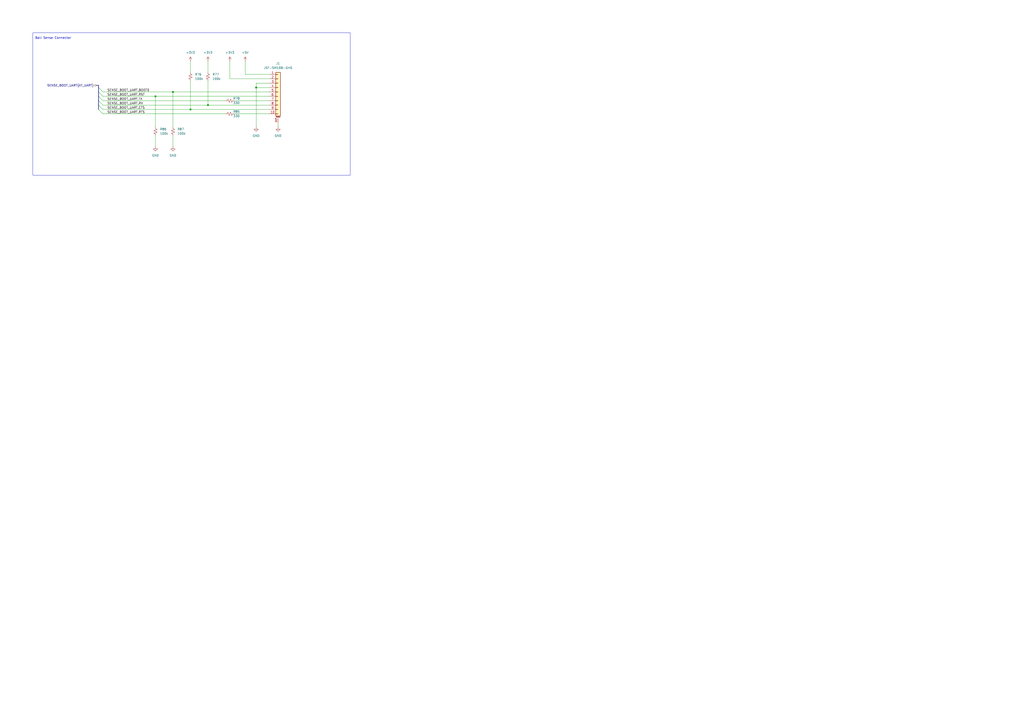
<source format=kicad_sch>
(kicad_sch (version 20231120) (generator "eeschema") (generator_version "8.0")
  (paper "A2")
  (title_block (title "Kicker") (date "2024-12-04") (rev "4.0") (company "The A-Team (RC SSL)") (comment 1 "W. Stuckey"))
  (lib_symbols
    (symbol "Connector_Generic_MountingPin:Conn_01x10_MountingPin" (pin_names (offset 1.016) hide)
      (property "Reference" "J" (at 0 12.7 0))
      (property "Value" "Conn_01x10_MountingPin" (at 1.27 -15.24 0))
      (symbol "Conn_01x10_MountingPin_1_1"
        (rectangle (start -1.27 -12.573) (end 0 -12.827) (stroke (width 0.1524)))
        (rectangle (start -1.27 -10.033) (end 0 -10.287) (stroke (width 0.1524)))
        (rectangle (start -1.27 -7.493) (end 0 -7.747) (stroke (width 0.1524)))
        (rectangle (start -1.27 -4.953) (end 0 -5.207) (stroke (width 0.1524)))
        (rectangle (start -1.27 -2.413) (end 0 -2.667) (stroke (width 0.1524)))
        (rectangle (start -1.27 0.127) (end 0 -0.127) (stroke (width 0.1524)))
        (rectangle (start -1.27 2.667) (end 0 2.413) (stroke (width 0.1524)))
        (rectangle (start -1.27 5.207) (end 0 4.953) (stroke (width 0.1524)))
        (rectangle (start -1.27 7.747) (end 0 7.493) (stroke (width 0.1524)))
        (rectangle (start -1.27 10.287) (end 0 10.033) (stroke (width 0.1524)))
        (rectangle (start -1.27 11.43) (end 1.27 -13.97) (stroke (width 0.254)) (fill (type background)))
        (polyline (pts (xy -1.016 -14.732) (xy 1.016 -14.732)) (stroke (width 0.1524)))
        (text "Mounting" (at 0 -14.351 0) (effects (font (size 0.381 0.381))))
        (pin passive line (at -5.08 10.16 0) (length 3.81) (name "Pin_1") (number "1"))
        (pin passive line (at -5.08 -12.7 0) (length 3.81) (name "Pin_10") (number "10"))
        (pin passive line (at -5.08 7.62 0) (length 3.81) (name "Pin_2") (number "2"))
        (pin passive line (at -5.08 5.08 0) (length 3.81) (name "Pin_3") (number "3"))
        (pin passive line (at -5.08 2.54 0) (length 3.81) (name "Pin_4") (number "4"))
        (pin passive line (at -5.08 0 0) (length 3.81) (name "Pin_5") (number "5"))
        (pin passive line (at -5.08 -2.54 0) (length 3.81) (name "Pin_6") (number "6"))
        (pin passive line (at -5.08 -5.08 0) (length 3.81) (name "Pin_7") (number "7"))
        (pin passive line (at -5.08 -7.62 0) (length 3.81) (name "Pin_8") (number "8"))
        (pin passive line (at -5.08 -10.16 0) (length 3.81) (name "Pin_9") (number "9"))
        (pin passive line (at 0 -17.78 90) (length 3.048) (name "MountPin") (number "MP"))
      )
    )
    (symbol "Device:R_Small_US" (pin_numbers hide) (pin_names (offset 0.254) hide)
      (property "Reference" "R" (at 0.762 0.508 0))
      (property "Value" "R_Small_US" (at 0.762 -1.016 0))
      (symbol "R_Small_US_1_1"
        (polyline (pts (xy 0 0) (xy 1.016 -0.381) (xy 0 -0.762) (xy -1.016 -1.143) (xy 0 -1.524)))
        (polyline (pts (xy 0 1.524) (xy 1.016 1.143) (xy 0 0.762) (xy -1.016 0.381) (xy 0 0)))
        (pin passive line (at 0 2.54 270) (length 1.016) (name "~") (number "1"))
        (pin passive line (at 0 -2.54 90) (length 1.016) (name "~") (number "2"))
      )
    )
    (symbol "power:+3V3" (power) (pin_numbers hide) (pin_names (offset 0) hide)
      (property "Value" "+3V3" (at 0 3.556 0))
      (symbol "+3V3_0_1"
        (polyline (pts (xy -0.762 1.27) (xy 0 2.54)))
        (polyline (pts (xy 0 0) (xy 0 2.54)))
        (polyline (pts (xy 0 2.54) (xy 0.762 1.27)))
      )
      (symbol "+3V3_1_1"
        (pin power_in line (at 0 0 90) (length 0) (name "~") (number "1"))
      )
    )
    (symbol "power:+5V" (power) (pin_numbers hide) (pin_names (offset 0) hide)
      (property "Value" "+5V" (at 0 3.556 0))
      (symbol "+5V_0_1"
        (polyline (pts (xy -0.762 1.27) (xy 0 2.54)))
        (polyline (pts (xy 0 0) (xy 0 2.54)))
        (polyline (pts (xy 0 2.54) (xy 0.762 1.27)))
      )
      (symbol "+5V_1_1"
        (pin power_in line (at 0 0 90) (length 0) (name "~") (number "1"))
      )
    )
    (symbol "power:GND" (power) (pin_numbers hide) (pin_names (offset 0) hide)
      (property "Value" "GND" (at 0 -3.81 0))
      (symbol "GND_0_1"
        (polyline (pts (xy 0 0) (xy 0 -1.27) (xy 1.27 -1.27) (xy 0 -2.54) (xy -1.27 -1.27) (xy 0 -1.27)))
      )
      (symbol "GND_1_1"
        (pin power_in line (at 0 0 270) (length 0) (name "~") (number "1"))
      )
    )
  )
  (junction (at 100.33 53.34))
  (junction (at 120.65 60.96))
  (junction (at 110.49 63.5))
  (junction (at 90.17 55.88))
  (junction (at 148.59 50.8))
  (bus_entry (at 57.15 55.88) (size 2.54 2.54))
  (bus_entry (at 57.15 50.8) (size 2.54 2.54))
  (bus_entry (at 57.15 53.34) (size 2.54 2.54))
  (bus_entry (at 57.15 63.5) (size 2.54 2.54))
  (bus_entry (at 57.15 60.96) (size 2.54 2.54))
  (bus_entry (at 57.15 58.42) (size 2.54 2.54))
  (wire (pts (xy 133.35 35.56) (xy 133.35 45.72)))
  (wire (pts (xy 100.33 78.74) (xy 100.33 85.09)))
  (bus (pts (xy 55.88 49.53) (xy 57.15 49.53)))
  (wire (pts (xy 90.17 55.88) (xy 156.21 55.88)))
  (wire (pts (xy 100.33 53.34) (xy 100.33 73.66)))
  (wire (pts (xy 135.89 66.04) (xy 156.21 66.04)))
  (wire (pts (xy 156.21 48.26) (xy 148.59 48.26)))
  (wire (pts (xy 148.59 48.26) (xy 148.59 50.8)))
  (wire (pts (xy 120.65 46.99) (xy 120.65 60.96)))
  (wire (pts (xy 110.49 46.99) (xy 110.49 63.5)))
  (wire (pts (xy 142.24 43.18) (xy 156.21 43.18)))
  (wire (pts (xy 59.69 58.42) (xy 130.81 58.42)))
  (wire (pts (xy 148.59 50.8) (xy 148.59 73.66)))
  (wire (pts (xy 148.59 50.8) (xy 156.21 50.8)))
  (bus (pts (xy 57.15 60.96) (xy 57.15 63.5)))
  (wire (pts (xy 161.29 71.12) (xy 161.29 73.66)))
  (wire (pts (xy 110.49 35.56) (xy 110.49 41.91)))
  (wire (pts (xy 59.69 60.96) (xy 120.65 60.96)))
  (wire (pts (xy 100.33 53.34) (xy 156.21 53.34)))
  (bus (pts (xy 57.15 53.34) (xy 57.15 55.88)))
  (wire (pts (xy 59.69 63.5) (xy 110.49 63.5)))
  (wire (pts (xy 90.17 55.88) (xy 90.17 73.66)))
  (wire (pts (xy 120.65 35.56) (xy 120.65 41.91)))
  (bus (pts (xy 57.15 55.88) (xy 57.15 58.42)))
  (wire (pts (xy 135.89 58.42) (xy 156.21 58.42)))
  (wire (pts (xy 120.65 60.96) (xy 156.21 60.96)))
  (bus (pts (xy 57.15 58.42) (xy 57.15 60.96)))
  (wire (pts (xy 59.69 53.34) (xy 100.33 53.34)))
  (wire (pts (xy 142.24 35.56) (xy 142.24 43.18)))
  (wire (pts (xy 59.69 55.88) (xy 90.17 55.88)))
  (bus (pts (xy 57.15 50.8) (xy 57.15 53.34)))
  (wire (pts (xy 59.69 66.04) (xy 130.81 66.04)))
  (wire (pts (xy 90.17 78.74) (xy 90.17 85.09)))
  (wire (pts (xy 133.35 45.72) (xy 156.21 45.72)))
  (wire (pts (xy 110.49 63.5) (xy 156.21 63.5)))
  (bus (pts (xy 57.15 49.53) (xy 57.15 50.8)))
  (rectangle (start 19.05 19.05) (end 203.2 101.6))
  (text "Ball Sense Connector" (at 20.32 22.86 0) (effects (font (size 1.27 1.27)) (justify left bottom)))
  (label "SENSE_BOOT_UART.RST" (at 62.23 55.88 0))
  (label "SENSE_BOOT_UART.RX" (at 62.23 60.96 0))
  (label "SENSE_BOOT_UART.RTS" (at 62.23 66.04 0))
  (label "SENSE_BOOT_UART.CTS" (at 62.23 63.5 0))
  (label "SENSE_BOOT_UART.TX" (at 62.23 58.42 0))
  (label "SENSE_BOOT_UART.BOOT0" (at 62.23 53.34 0))
  (hierarchical_label "SENSE_BOOT_UART{AT_UART}" (shape bidirectional) (at 55.88 49.53 180))
  (symbol (lib_id "Device:R_Small_US") (at 133.35 58.42 90) (unit 1)
    (property "Reference" "R78" (at 137.16 57.15 90))
    (property "Value" "330" (at 137.16 59.69 90))
    (property "Footprint" "Resistor_SMD:R_0402_1005Metric" (effects (hide yes)))
    (property "Description" "Resistor, small US symbol" (effects (hide yes)))
  )
  (symbol (lib_id "power:GND") (at 90.17 85.09 0) (unit 1)
    (property "Reference" "#PWR0133" (effects (hide yes)))
    (property "Value" "GND" (at 90.17 90.17 0))
    (property "Description" "Power symbol creates a global label with name \"GND\" , ground" (effects (hide yes)))
  )
  (symbol (lib_id "Device:R_Small_US") (at 90.17 76.2 0) (unit 1)
    (property "Reference" "R86" (at 92.71 74.9299 0) (effects (justify left)))
    (property "Value" "100k" (at 92.71 77.4699 0) (effects (justify left)))
    (property "Footprint" "Resistor_SMD:R_0402_1005Metric" (effects (hide yes)))
    (property "Description" "Resistor, small US symbol" (effects (hide yes)))
  )
  (symbol (lib_id "Device:R_Small_US") (at 100.33 76.2 0) (unit 1)
    (property "Reference" "R87" (at 102.87 74.9299 0) (effects (justify left)))
    (property "Value" "100k" (at 102.87 77.4699 0) (effects (justify left)))
    (property "Footprint" "Resistor_SMD:R_0402_1005Metric" (effects (hide yes)))
    (property "Description" "Resistor, small US symbol" (effects (hide yes)))
  )
  (symbol (lib_id "power:GND") (at 100.33 85.09 0) (unit 1)
    (property "Reference" "#PWR0134" (effects (hide yes)))
    (property "Value" "GND" (at 100.33 90.17 0))
    (property "Description" "Power symbol creates a global label with name \"GND\" , ground" (effects (hide yes)))
  )
  (symbol (lib_id "Device:R_Small_US") (at 110.49 44.45 0) (unit 1)
    (property "Reference" "R76" (at 113.03 43.1799 0) (effects (justify left)))
    (property "Value" "100k" (at 113.03 45.7199 0) (effects (justify left)))
    (property "Footprint" "Resistor_SMD:R_0402_1005Metric" (effects (hide yes)))
    (property "Description" "Resistor, small US symbol" (effects (hide yes)))
  )
  (symbol (lib_id "Device:R_Small_US") (at 133.35 66.04 90) (unit 1)
    (property "Reference" "R85" (at 137.16 64.77 90))
    (property "Value" "330" (at 137.16 67.31 90))
    (property "Footprint" "Resistor_SMD:R_0402_1005Metric" (effects (hide yes)))
    (property "Description" "Resistor, small US symbol" (effects (hide yes)))
  )
  (symbol (lib_id "power:+3V3") (at 133.35 35.56 0) (unit 1)
    (property "Reference" "#PWR0124" (effects (hide yes)))
    (property "Value" "+3V3" (at 133.35 30.48 0))
    (property "Description" "Power symbol creates a global label with name \"+3V3\"" (effects (hide yes)))
  )
  (symbol (lib_id "Connector_Generic_MountingPin:Conn_01x10_MountingPin") (at 161.29 53.34 0) (unit 1)
    (property "Reference" "J1" (at 161.29 36.83 0))
    (property "Value" "JST-SM10B-GHS" (at 161.29 39.37 0))
    (property "Footprint" "Connector_JST:JST_GH_SM10B-GHS-TB_1x10-1MP_P1.25mm_Horizontal" (effects (hide yes)))
    (property "Description" "Generic connectable mounting pin connector, single row, 01x10, script generated (kicad-library-utils/schlib/autogen/connector/)" (effects (hide yes)))
  )
  (symbol (lib_id "power:+3V3") (at 110.49 35.56 0) (unit 1)
    (property "Reference" "#PWR0122" (effects (hide yes)))
    (property "Value" "+3V3" (at 110.49 30.48 0))
    (property "Description" "Power symbol creates a global label with name \"+3V3\"" (effects (hide yes)))
  )
  (symbol (lib_id "power:GND") (at 161.29 73.66 0) (unit 1)
    (property "Reference" "#PWR0132" (effects (hide yes)))
    (property "Value" "GND" (at 161.29 78.74 0))
    (property "Description" "Power symbol creates a global label with name \"GND\" , ground" (effects (hide yes)))
  )
  (symbol (lib_id "power:+5V") (at 142.24 35.56 0) (unit 1)
    (property "Reference" "#PWR0125" (effects (hide yes)))
    (property "Value" "+5V" (at 142.24 30.48 0))
    (property "Description" "Power symbol creates a global label with name \"+5V\"" (effects (hide yes)))
  )
  (symbol (lib_id "Device:R_Small_US") (at 120.65 44.45 0) (unit 1)
    (property "Reference" "R77" (at 123.19 43.1799 0) (effects (justify left)))
    (property "Value" "100k" (at 123.19 45.7199 0) (effects (justify left)))
    (property "Footprint" "Resistor_SMD:R_0402_1005Metric" (effects (hide yes)))
    (property "Description" "Resistor, small US symbol" (effects (hide yes)))
  )
  (symbol (lib_id "power:GND") (at 148.59 73.66 0) (unit 1)
    (property "Reference" "#PWR0126" (effects (hide yes)))
    (property "Value" "GND" (at 148.59 78.74 0))
    (property "Description" "Power symbol creates a global label with name \"GND\" , ground" (effects (hide yes)))
  )
  (symbol (lib_id "power:+3V3") (at 120.65 35.56 0) (unit 1)
    (property "Reference" "#PWR0123" (effects (hide yes)))
    (property "Value" "+3V3" (at 120.65 30.48 0))
    (property "Description" "Power symbol creates a global label with name \"+3V3\"" (effects (hide yes)))
  )
)
</source>
